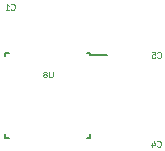
<source format=gbr>
G04 #@! TF.GenerationSoftware,KiCad,Pcbnew,(5.1.8)-1*
G04 #@! TF.CreationDate,2020-12-15T23:42:14+02:00*
G04 #@! TF.ProjectId,qam - demodulator,71616d20-2d20-4646-956d-6f64756c6174,rev?*
G04 #@! TF.SameCoordinates,Original*
G04 #@! TF.FileFunction,Legend,Bot*
G04 #@! TF.FilePolarity,Positive*
%FSLAX46Y46*%
G04 Gerber Fmt 4.6, Leading zero omitted, Abs format (unit mm)*
G04 Created by KiCad (PCBNEW (5.1.8)-1) date 2020-12-15 23:42:14*
%MOMM*%
%LPD*%
G01*
G04 APERTURE LIST*
%ADD10C,0.150000*%
%ADD11C,0.100000*%
G04 APERTURE END LIST*
D10*
X216495000Y-89460000D02*
X217920000Y-89460000D01*
X209245000Y-89235000D02*
X209570000Y-89235000D01*
X209245000Y-96485000D02*
X209570000Y-96485000D01*
X216495000Y-96485000D02*
X216170000Y-96485000D01*
X216495000Y-89235000D02*
X216170000Y-89235000D01*
X216495000Y-96485000D02*
X216495000Y-96160000D01*
X209245000Y-96485000D02*
X209245000Y-96160000D01*
X209245000Y-89235000D02*
X209245000Y-89560000D01*
X216495000Y-89235000D02*
X216495000Y-89460000D01*
D11*
X213280952Y-90836190D02*
X213280952Y-91240952D01*
X213257142Y-91288571D01*
X213233333Y-91312380D01*
X213185714Y-91336190D01*
X213090476Y-91336190D01*
X213042857Y-91312380D01*
X213019047Y-91288571D01*
X212995238Y-91240952D01*
X212995238Y-90836190D01*
X212685714Y-91050476D02*
X212733333Y-91026666D01*
X212757142Y-91002857D01*
X212780952Y-90955238D01*
X212780952Y-90931428D01*
X212757142Y-90883809D01*
X212733333Y-90860000D01*
X212685714Y-90836190D01*
X212590476Y-90836190D01*
X212542857Y-90860000D01*
X212519047Y-90883809D01*
X212495238Y-90931428D01*
X212495238Y-90955238D01*
X212519047Y-91002857D01*
X212542857Y-91026666D01*
X212590476Y-91050476D01*
X212685714Y-91050476D01*
X212733333Y-91074285D01*
X212757142Y-91098095D01*
X212780952Y-91145714D01*
X212780952Y-91240952D01*
X212757142Y-91288571D01*
X212733333Y-91312380D01*
X212685714Y-91336190D01*
X212590476Y-91336190D01*
X212542857Y-91312380D01*
X212519047Y-91288571D01*
X212495238Y-91240952D01*
X212495238Y-91145714D01*
X212519047Y-91098095D01*
X212542857Y-91074285D01*
X212590476Y-91050476D01*
X209783333Y-85558571D02*
X209807142Y-85582380D01*
X209878571Y-85606190D01*
X209926190Y-85606190D01*
X209997619Y-85582380D01*
X210045238Y-85534761D01*
X210069047Y-85487142D01*
X210092857Y-85391904D01*
X210092857Y-85320476D01*
X210069047Y-85225238D01*
X210045238Y-85177619D01*
X209997619Y-85130000D01*
X209926190Y-85106190D01*
X209878571Y-85106190D01*
X209807142Y-85130000D01*
X209783333Y-85153809D01*
X209307142Y-85606190D02*
X209592857Y-85606190D01*
X209450000Y-85606190D02*
X209450000Y-85106190D01*
X209497619Y-85177619D01*
X209545238Y-85225238D01*
X209592857Y-85249047D01*
X222163333Y-89638571D02*
X222187142Y-89662380D01*
X222258571Y-89686190D01*
X222306190Y-89686190D01*
X222377619Y-89662380D01*
X222425238Y-89614761D01*
X222449047Y-89567142D01*
X222472857Y-89471904D01*
X222472857Y-89400476D01*
X222449047Y-89305238D01*
X222425238Y-89257619D01*
X222377619Y-89210000D01*
X222306190Y-89186190D01*
X222258571Y-89186190D01*
X222187142Y-89210000D01*
X222163333Y-89233809D01*
X221710952Y-89186190D02*
X221949047Y-89186190D01*
X221972857Y-89424285D01*
X221949047Y-89400476D01*
X221901428Y-89376666D01*
X221782380Y-89376666D01*
X221734761Y-89400476D01*
X221710952Y-89424285D01*
X221687142Y-89471904D01*
X221687142Y-89590952D01*
X221710952Y-89638571D01*
X221734761Y-89662380D01*
X221782380Y-89686190D01*
X221901428Y-89686190D01*
X221949047Y-89662380D01*
X221972857Y-89638571D01*
X222153333Y-97158571D02*
X222177142Y-97182380D01*
X222248571Y-97206190D01*
X222296190Y-97206190D01*
X222367619Y-97182380D01*
X222415238Y-97134761D01*
X222439047Y-97087142D01*
X222462857Y-96991904D01*
X222462857Y-96920476D01*
X222439047Y-96825238D01*
X222415238Y-96777619D01*
X222367619Y-96730000D01*
X222296190Y-96706190D01*
X222248571Y-96706190D01*
X222177142Y-96730000D01*
X222153333Y-96753809D01*
X221724761Y-96872857D02*
X221724761Y-97206190D01*
X221843809Y-96682380D02*
X221962857Y-97039523D01*
X221653333Y-97039523D01*
M02*

</source>
